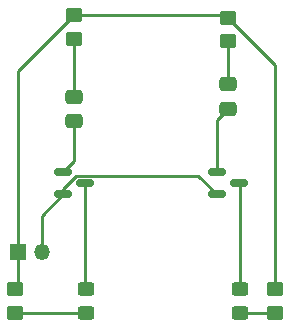
<source format=gbr>
%TF.GenerationSoftware,KiCad,Pcbnew,6.0.11+dfsg-1~bpo11+1*%
%TF.CreationDate,2023-06-10T16:56:11+02:00*%
%TF.ProjectId,myschematic,6d797363-6865-46d6-9174-69632e6b6963,rev?*%
%TF.SameCoordinates,Original*%
%TF.FileFunction,Copper,L1,Top*%
%TF.FilePolarity,Positive*%
%FSLAX46Y46*%
G04 Gerber Fmt 4.6, Leading zero omitted, Abs format (unit mm)*
G04 Created by KiCad (PCBNEW 6.0.11+dfsg-1~bpo11+1) date 2023-06-10 16:56:11*
%MOMM*%
%LPD*%
G01*
G04 APERTURE LIST*
G04 Aperture macros list*
%AMRoundRect*
0 Rectangle with rounded corners*
0 $1 Rounding radius*
0 $2 $3 $4 $5 $6 $7 $8 $9 X,Y pos of 4 corners*
0 Add a 4 corners polygon primitive as box body*
4,1,4,$2,$3,$4,$5,$6,$7,$8,$9,$2,$3,0*
0 Add four circle primitives for the rounded corners*
1,1,$1+$1,$2,$3*
1,1,$1+$1,$4,$5*
1,1,$1+$1,$6,$7*
1,1,$1+$1,$8,$9*
0 Add four rect primitives between the rounded corners*
20,1,$1+$1,$2,$3,$4,$5,0*
20,1,$1+$1,$4,$5,$6,$7,0*
20,1,$1+$1,$6,$7,$8,$9,0*
20,1,$1+$1,$8,$9,$2,$3,0*%
G04 Aperture macros list end*
%TA.AperFunction,ComponentPad*%
%ADD10O,1.350000X1.350000*%
%TD*%
%TA.AperFunction,ComponentPad*%
%ADD11R,1.350000X1.350000*%
%TD*%
%TA.AperFunction,SMDPad,CuDef*%
%ADD12RoundRect,0.250000X-0.450000X0.350000X-0.450000X-0.350000X0.450000X-0.350000X0.450000X0.350000X0*%
%TD*%
%TA.AperFunction,SMDPad,CuDef*%
%ADD13RoundRect,0.150000X-0.587500X-0.150000X0.587500X-0.150000X0.587500X0.150000X-0.587500X0.150000X0*%
%TD*%
%TA.AperFunction,SMDPad,CuDef*%
%ADD14RoundRect,0.250000X-0.450000X0.325000X-0.450000X-0.325000X0.450000X-0.325000X0.450000X0.325000X0*%
%TD*%
%TA.AperFunction,SMDPad,CuDef*%
%ADD15RoundRect,0.250000X-0.475000X0.337500X-0.475000X-0.337500X0.475000X-0.337500X0.475000X0.337500X0*%
%TD*%
%TA.AperFunction,Conductor*%
%ADD16C,0.250000*%
%TD*%
G04 APERTURE END LIST*
D10*
%TO.P,J1,2,Pin_2*%
%TO.N,Net-(Q1-Pad2)*%
X22250000Y-54810000D03*
D11*
%TO.P,J1,1,Pin_1*%
%TO.N,Net-(R1-Pad1)*%
X20250000Y-54810000D03*
%TD*%
D12*
%TO.P,R4,2*%
%TO.N,Net-(R4-Pad2)*%
X42000000Y-60000000D03*
%TO.P,R4,1*%
%TO.N,Net-(R1-Pad1)*%
X42000000Y-58000000D03*
%TD*%
%TO.P,R3,1*%
%TO.N,Net-(R1-Pad1)*%
X25000000Y-34772936D03*
%TO.P,R3,2*%
%TO.N,Net-(C2-Pad1)*%
X25000000Y-36772936D03*
%TD*%
%TO.P,R2,1*%
%TO.N,Net-(R1-Pad1)*%
X38000000Y-35000000D03*
%TO.P,R2,2*%
%TO.N,Net-(C1-Pad1)*%
X38000000Y-37000000D03*
%TD*%
%TO.P,R1,2*%
%TO.N,Net-(R1-Pad2)*%
X20000000Y-60000000D03*
%TO.P,R1,1*%
%TO.N,Net-(R1-Pad1)*%
X20000000Y-58000000D03*
%TD*%
D13*
%TO.P,Q2,1,B*%
%TO.N,Net-(Q2-Pad1)*%
X37062500Y-48050000D03*
%TO.P,Q2,2,E*%
%TO.N,Net-(Q1-Pad2)*%
X37062500Y-49950000D03*
%TO.P,Q2,3,C*%
%TO.N,Net-(Q2-Pad3)*%
X38937500Y-49000000D03*
%TD*%
%TO.P,Q1,1,B*%
%TO.N,Net-(C2-Pad2)*%
X24062500Y-48050000D03*
%TO.P,Q1,2,E*%
%TO.N,Net-(Q1-Pad2)*%
X24062500Y-49950000D03*
%TO.P,Q1,3,C*%
%TO.N,Net-(Q1-Pad3)*%
X25937500Y-49000000D03*
%TD*%
D14*
%TO.P,D2,1,K*%
%TO.N,Net-(Q2-Pad3)*%
X39000000Y-57975000D03*
%TO.P,D2,2,A*%
%TO.N,Net-(R4-Pad2)*%
X39000000Y-60025000D03*
%TD*%
%TO.P,D1,1,K*%
%TO.N,Net-(Q1-Pad3)*%
X26000000Y-57975000D03*
%TO.P,D1,2,A*%
%TO.N,Net-(R1-Pad2)*%
X26000000Y-60025000D03*
%TD*%
D15*
%TO.P,C2,2*%
%TO.N,Net-(C2-Pad2)*%
X25000000Y-43776248D03*
%TO.P,C2,1*%
%TO.N,Net-(C2-Pad1)*%
X25000000Y-41701248D03*
%TD*%
%TO.P,C1,1*%
%TO.N,Net-(C1-Pad1)*%
X38000000Y-40626248D03*
%TO.P,C1,2*%
%TO.N,Net-(Q2-Pad1)*%
X38000000Y-42701248D03*
%TD*%
D16*
%TO.N,Net-(Q2-Pad3)*%
X39000000Y-57975000D02*
X39000000Y-49000000D01*
%TO.N,Net-(R4-Pad2)*%
X39000000Y-60025000D02*
X41975000Y-60025000D01*
X41975000Y-60025000D02*
X42000000Y-60000000D01*
%TO.N,Net-(R1-Pad1)*%
X42000000Y-58000000D02*
X42000000Y-39000000D01*
X42000000Y-39000000D02*
X38000000Y-35000000D01*
X20250000Y-54810000D02*
X20250000Y-39522936D01*
X20250000Y-39522936D02*
X25000000Y-34772936D01*
%TO.N,Net-(Q1-Pad2)*%
X22250000Y-54810000D02*
X22250000Y-51762500D01*
X22250000Y-51762500D02*
X24062500Y-49950000D01*
%TO.N,Net-(R1-Pad1)*%
X20000000Y-58000000D02*
X20250000Y-57750000D01*
X20250000Y-57750000D02*
X20250000Y-54810000D01*
%TO.N,Net-(R1-Pad2)*%
X20000000Y-60000000D02*
X25975000Y-60000000D01*
X25975000Y-60000000D02*
X26000000Y-60025000D01*
%TO.N,Net-(Q1-Pad3)*%
X26000000Y-57975000D02*
X25937500Y-57912500D01*
X25937500Y-57912500D02*
X25937500Y-49000000D01*
%TO.N,Net-(R1-Pad1)*%
X25000000Y-34772936D02*
X37772936Y-34772936D01*
X37772936Y-34772936D02*
X38000000Y-35000000D01*
%TO.N,Net-(Q1-Pad2)*%
X24062500Y-49950000D02*
X24062500Y-49465749D01*
X24062500Y-49465749D02*
X25153249Y-48375000D01*
X25153249Y-48375000D02*
X35487500Y-48375000D01*
X35487500Y-48375000D02*
X37062500Y-49950000D01*
%TO.N,Net-(Q2-Pad1)*%
X38000000Y-42701248D02*
X37062500Y-43638748D01*
X37062500Y-43638748D02*
X37062500Y-48050000D01*
%TO.N,Net-(C2-Pad2)*%
X25000000Y-43776248D02*
X25000000Y-47112500D01*
X25000000Y-47112500D02*
X24062500Y-48050000D01*
%TO.N,Net-(C1-Pad1)*%
X38000000Y-37000000D02*
X38000000Y-40626248D01*
%TO.N,Net-(C2-Pad1)*%
X25000000Y-36772936D02*
X25000000Y-41701248D01*
%TD*%
M02*

</source>
